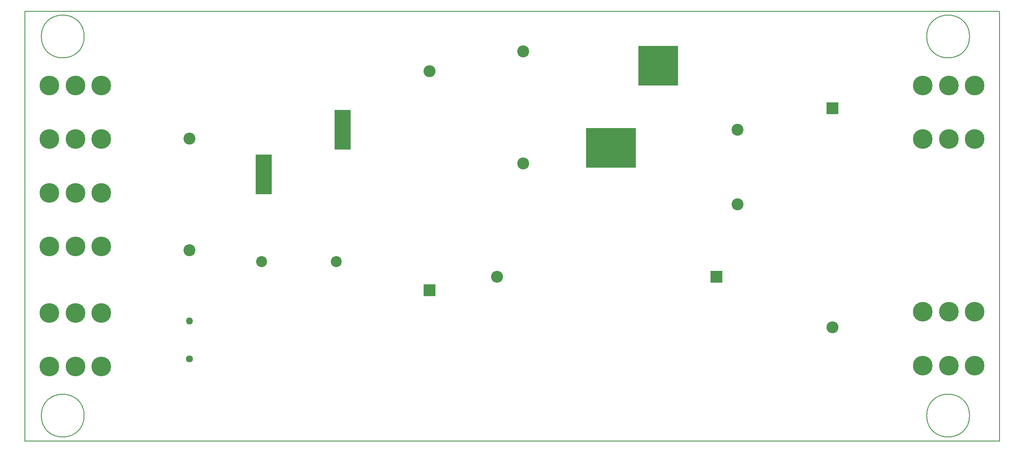
<source format=gbr>
%TF.GenerationSoftware,KiCad,Pcbnew,7.0.7*%
%TF.CreationDate,2023-09-25T09:53:38+02:00*%
%TF.ProjectId,GradientAmplifierFilter_V1,47726164-6965-46e7-9441-6d706c696669,rev?*%
%TF.SameCoordinates,Original*%
%TF.FileFunction,Copper,L3,Inr*%
%TF.FilePolarity,Positive*%
%FSLAX46Y46*%
G04 Gerber Fmt 4.6, Leading zero omitted, Abs format (unit mm)*
G04 Created by KiCad (PCBNEW 7.0.7) date 2023-09-25 09:53:38*
%MOMM*%
%LPD*%
G01*
G04 APERTURE LIST*
%TA.AperFunction,ComponentPad*%
%ADD10R,3.200000X8.000000*%
%TD*%
%TA.AperFunction,ComponentPad*%
%ADD11C,3.960000*%
%TD*%
%TA.AperFunction,ComponentPad*%
%ADD12C,2.200000*%
%TD*%
%TA.AperFunction,ComponentPad*%
%ADD13R,10.000000X8.000000*%
%TD*%
%TA.AperFunction,ComponentPad*%
%ADD14R,8.000000X8.000000*%
%TD*%
%TA.AperFunction,ComponentPad*%
%ADD15R,2.400000X2.400000*%
%TD*%
%TA.AperFunction,ComponentPad*%
%ADD16O,2.400000X2.400000*%
%TD*%
%TA.AperFunction,ComponentPad*%
%ADD17C,2.400000*%
%TD*%
%TA.AperFunction,ComponentPad*%
%ADD18O,1.400000X1.400000*%
%TD*%
%TA.AperFunction,ComponentPad*%
%ADD19C,1.400000*%
%TD*%
%TA.AperFunction,Profile*%
%ADD20C,0.150000*%
%TD*%
G04 APERTURE END LIST*
D10*
%TO.N,GradientIn+*%
%TO.C,U1*%
X32990000Y-56500000D03*
%TO.N,GradientOut+*%
X48790000Y-47500000D03*
%TD*%
D11*
%TO.N,GradientIn-*%
%TO.C,J4*%
X165220000Y-94890000D03*
X165220000Y-84090000D03*
X170430000Y-94890000D03*
X170430000Y-84090000D03*
X175640000Y-94890000D03*
X175640000Y-84090000D03*
%TD*%
D12*
%TO.N,GradientIn+*%
%TO.C,C1*%
X32500000Y-74000000D03*
%TO.N,Net-(C1-Pad2)*%
X47500000Y-74000000D03*
%TD*%
D11*
%TO.N,GradientIn+*%
%TO.C,J1*%
X380000Y-38610000D03*
X380000Y-49410000D03*
X-4830000Y-38610000D03*
X-4830000Y-49410000D03*
X-10040000Y-38610000D03*
X-10040000Y-49410000D03*
%TD*%
D13*
%TO.N,Net-(C2-Pad1)*%
%TO.C,L1*%
X102600000Y-51150000D03*
D14*
%TO.N,GradientOut+*%
X112120000Y-34650000D03*
%TD*%
D15*
%TO.N,Net-(C2-Pad2)*%
%TO.C,R3*%
X147050000Y-43200000D03*
D16*
%TO.N,Earth*%
X147050000Y-87200000D03*
%TD*%
D15*
%TO.N,Net-(C1-Pad2)*%
%TO.C,R1*%
X66240000Y-79780000D03*
D16*
%TO.N,GradientOut+*%
X66240000Y-35780000D03*
%TD*%
D11*
%TO.N,Earth*%
%TO.C,J3*%
X-10040000Y-71000000D03*
X-10040000Y-60200000D03*
X-4830000Y-71000000D03*
X-4830000Y-60200000D03*
X380000Y-71000000D03*
X380000Y-60200000D03*
%TD*%
D15*
%TO.N,Earth*%
%TO.C,R2*%
X123800000Y-77050000D03*
D16*
%TO.N,Net-(C4-Pad2)*%
X79800000Y-77050000D03*
%TD*%
D17*
%TO.N,GradientOut+*%
%TO.C,C4*%
X85000000Y-31750000D03*
%TO.N,Net-(C4-Pad2)*%
X85000000Y-54250000D03*
%TD*%
%TO.N,Net-(C2-Pad1)*%
%TO.C,C2*%
X128000000Y-62500000D03*
%TO.N,Net-(C2-Pad2)*%
X128000000Y-47500000D03*
%TD*%
D11*
%TO.N,GradientOut+*%
%TO.C,J5*%
X165220000Y-49410000D03*
X165220000Y-38610000D03*
X170430000Y-49410000D03*
X170430000Y-38610000D03*
X175640000Y-49410000D03*
X175640000Y-38610000D03*
%TD*%
D17*
%TO.N,GradientIn+*%
%TO.C,C3*%
X18030000Y-49270000D03*
%TO.N,Net-(C3-Pad2)*%
X18030000Y-71770000D03*
%TD*%
D18*
%TO.N,Net-(C3-Pad2)*%
%TO.C,R4*%
X18030000Y-85920000D03*
D19*
%TO.N,GradientIn-*%
X18030000Y-93540000D03*
%TD*%
D11*
%TO.N,GradientIn-*%
%TO.C,J2*%
X380000Y-84330000D03*
X380000Y-95130000D03*
X-4830000Y-84330000D03*
X-4830000Y-95130000D03*
X-10040000Y-84330000D03*
X-10040000Y-95130000D03*
%TD*%
D20*
X-14990000Y-23690000D02*
X180590000Y-23690000D01*
X180590000Y-110050000D01*
X-14990000Y-110050000D01*
X-14990000Y-23690000D01*
X-3070000Y-28770000D02*
G75*
G03*
X-3070000Y-28770000I-4300000J0D01*
G01*
X174600000Y-104970000D02*
G75*
G03*
X174600000Y-104970000I-4300000J0D01*
G01*
X174600000Y-28770000D02*
G75*
G03*
X174600000Y-28770000I-4300000J0D01*
G01*
X-3070000Y-104970000D02*
G75*
G03*
X-3070000Y-104970000I-4300000J0D01*
G01*
M02*

</source>
